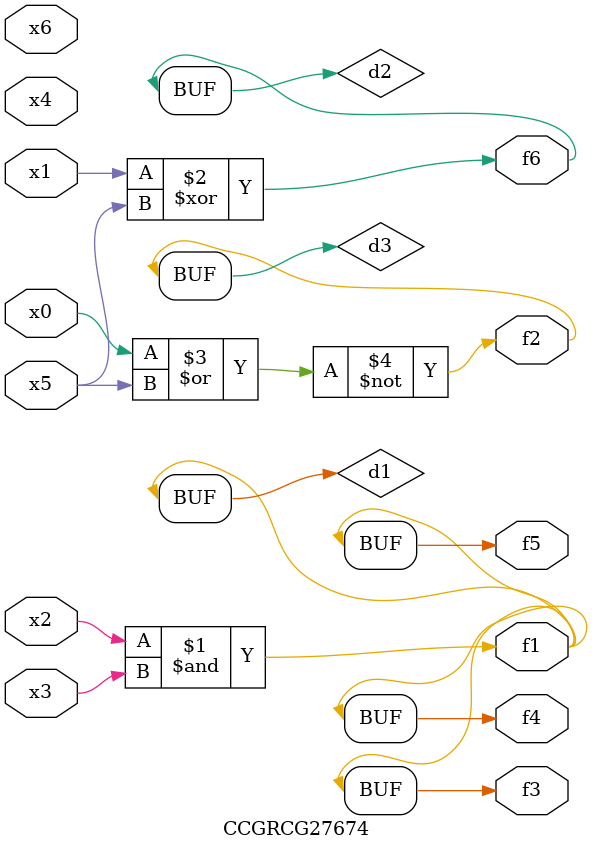
<source format=v>
module CCGRCG27674(
	input x0, x1, x2, x3, x4, x5, x6,
	output f1, f2, f3, f4, f5, f6
);

	wire d1, d2, d3;

	and (d1, x2, x3);
	xor (d2, x1, x5);
	nor (d3, x0, x5);
	assign f1 = d1;
	assign f2 = d3;
	assign f3 = d1;
	assign f4 = d1;
	assign f5 = d1;
	assign f6 = d2;
endmodule

</source>
